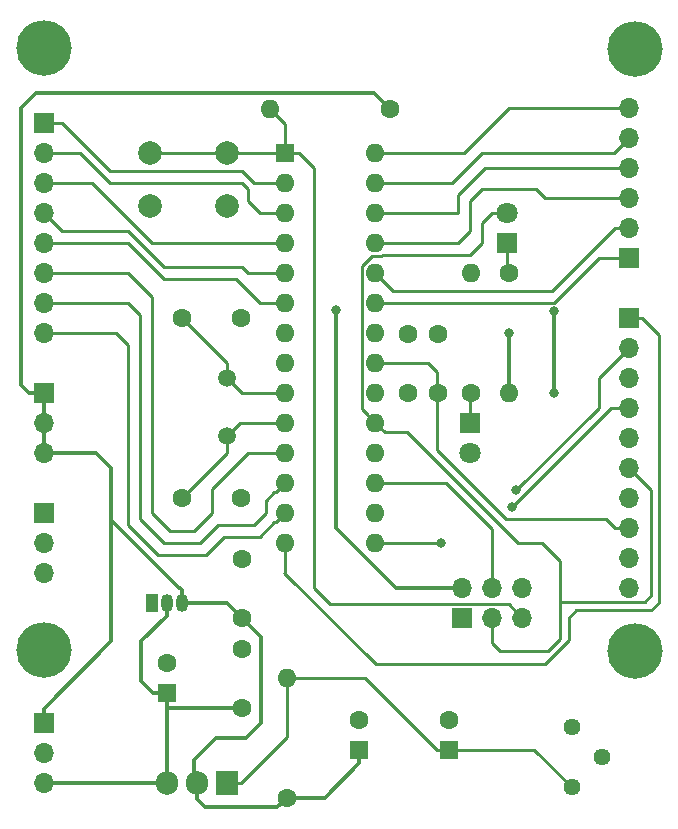
<source format=gbr>
G04 #@! TF.GenerationSoftware,KiCad,Pcbnew,(5.1.2)-2*
G04 #@! TF.CreationDate,2019-07-21T13:35:31+02:00*
G04 #@! TF.ProjectId,MyArduino,4d794172-6475-4696-9e6f-2e6b69636164,rev?*
G04 #@! TF.SameCoordinates,Original*
G04 #@! TF.FileFunction,Copper,L1,Top*
G04 #@! TF.FilePolarity,Positive*
%FSLAX46Y46*%
G04 Gerber Fmt 4.6, Leading zero omitted, Abs format (unit mm)*
G04 Created by KiCad (PCBNEW (5.1.2)-2) date 2019-07-21 13:35:31*
%MOMM*%
%LPD*%
G04 APERTURE LIST*
%ADD10O,1.600000X1.600000*%
%ADD11C,1.600000*%
%ADD12C,4.700000*%
%ADD13C,1.500000*%
%ADD14R,1.600000X1.600000*%
%ADD15O,1.905000X2.000000*%
%ADD16R,1.905000X2.000000*%
%ADD17R,1.050000X1.500000*%
%ADD18O,1.050000X1.500000*%
%ADD19C,2.000000*%
%ADD20C,1.440000*%
%ADD21O,1.700000X1.700000*%
%ADD22R,1.700000X1.700000*%
%ADD23C,1.800000*%
%ADD24R,1.800000X1.800000*%
%ADD25C,0.800000*%
%ADD26C,0.350000*%
%ADD27C,0.250000*%
G04 APERTURE END LIST*
D10*
X133350000Y-104140000D03*
D11*
X133350000Y-93980000D03*
X110664000Y-113030000D03*
X105664000Y-113030000D03*
D12*
X144000000Y-126000000D03*
X144000000Y-75000000D03*
X94000000Y-125900000D03*
X93980000Y-74930000D03*
D13*
X109474000Y-107770000D03*
X109474000Y-102870000D03*
D10*
X122016789Y-83820000D03*
X114396789Y-116840000D03*
X122016789Y-86360000D03*
X114396789Y-114300000D03*
X122016789Y-88900000D03*
X114396789Y-111760000D03*
X122016789Y-91440000D03*
X114396789Y-109220000D03*
X122016789Y-93980000D03*
X114396789Y-106680000D03*
X122016789Y-96520000D03*
X114396789Y-104140000D03*
X122016789Y-99060000D03*
X114396789Y-101600000D03*
X122016789Y-101600000D03*
X114396789Y-99060000D03*
X122016789Y-104140000D03*
X114396789Y-96520000D03*
X122016789Y-106680000D03*
X114396789Y-93980000D03*
X122016789Y-109220000D03*
X114396789Y-91440000D03*
X122016789Y-111760000D03*
X114396789Y-88900000D03*
X122016789Y-114300000D03*
X114396789Y-86360000D03*
X122016789Y-116840000D03*
D14*
X114396789Y-83820000D03*
D15*
X104394000Y-137160000D03*
X106934000Y-137160000D03*
D16*
X109474000Y-137160000D03*
D17*
X103124000Y-121920000D03*
D18*
X105664000Y-121920000D03*
X104394000Y-121920000D03*
D19*
X109497000Y-83820000D03*
X109497000Y-88320000D03*
X102997000Y-83820000D03*
X102997000Y-88320000D03*
D20*
X138684000Y-132461000D03*
X141224000Y-135001000D03*
X138684000Y-137541000D03*
D10*
X113157000Y-80137000D03*
D11*
X123317000Y-80137000D03*
D10*
X130175000Y-93980000D03*
D11*
X130175000Y-104140000D03*
D10*
X114554000Y-128270000D03*
D11*
X114554000Y-138430000D03*
D21*
X93980000Y-99060000D03*
X93980000Y-96520000D03*
X93980000Y-93980000D03*
X93980000Y-91440000D03*
X93980000Y-88900000D03*
X93980000Y-86360000D03*
X93980000Y-83820000D03*
D22*
X93980000Y-81280000D03*
D21*
X143510000Y-80010000D03*
X143510000Y-82550000D03*
X143510000Y-85090000D03*
X143510000Y-87630000D03*
X143510000Y-90170000D03*
D22*
X143510000Y-92710000D03*
D21*
X143510000Y-120650000D03*
X143510000Y-118110000D03*
X143510000Y-115570000D03*
X143510000Y-113030000D03*
X143510000Y-110490000D03*
X143510000Y-107950000D03*
X143510000Y-105410000D03*
X143510000Y-102870000D03*
X143510000Y-100330000D03*
D22*
X143510000Y-97790000D03*
D21*
X93980000Y-119380000D03*
X93980000Y-116840000D03*
D22*
X93980000Y-114300000D03*
D21*
X93980000Y-109220000D03*
X93980000Y-106680000D03*
D22*
X93980000Y-104140000D03*
D21*
X134493000Y-120650000D03*
X134493000Y-123190000D03*
X131953000Y-120650000D03*
X131953000Y-123190000D03*
X129413000Y-120650000D03*
D22*
X129413000Y-123190000D03*
D21*
X93980000Y-137160000D03*
X93980000Y-134620000D03*
D22*
X93980000Y-132080000D03*
D23*
X133223000Y-88900000D03*
D24*
X133223000Y-91440000D03*
D23*
X130048000Y-109220000D03*
D24*
X130048000Y-106680000D03*
D11*
X110664000Y-97790000D03*
X105664000Y-97790000D03*
X127381000Y-99140000D03*
X127381000Y-104140000D03*
X124841000Y-99140000D03*
X124841000Y-104140000D03*
X120650000Y-131866000D03*
D14*
X120650000Y-134366000D03*
D11*
X110744000Y-118190000D03*
X110744000Y-123190000D03*
X128270000Y-131866000D03*
D14*
X128270000Y-134366000D03*
D11*
X110744000Y-125810000D03*
X110744000Y-130810000D03*
X104394000Y-127040000D03*
D14*
X104394000Y-129540000D03*
D25*
X133350000Y-99060000D03*
X118745000Y-97155000D03*
X137160000Y-104140000D03*
X137160000Y-97245000D03*
X133604000Y-113792000D03*
X133980347Y-112390347D03*
X127635000Y-116840000D03*
D26*
X133350000Y-104140000D02*
X133350000Y-99060000D01*
X93980000Y-137160000D02*
X104394000Y-137160000D01*
X104394000Y-137160000D02*
X104394000Y-129540000D01*
X104394000Y-130690000D02*
X104394000Y-129540000D01*
X104514000Y-130810000D02*
X104394000Y-130690000D01*
X110744000Y-130810000D02*
X104514000Y-130810000D01*
X104394000Y-123020000D02*
X102235000Y-125179000D01*
X104394000Y-121920000D02*
X104394000Y-123020000D01*
X103244000Y-129540000D02*
X104394000Y-129540000D01*
X102235000Y-128531000D02*
X103244000Y-129540000D01*
X102235000Y-125179000D02*
X102235000Y-128531000D01*
D27*
X114554000Y-129401370D02*
X114554000Y-128270000D01*
X114554000Y-133282500D02*
X114554000Y-129401370D01*
X110676500Y-137160000D02*
X114554000Y-133282500D01*
X109474000Y-137160000D02*
X110676500Y-137160000D01*
X115685370Y-128270000D02*
X114554000Y-128270000D01*
X121124000Y-128270000D02*
X115685370Y-128270000D01*
X127220000Y-134366000D02*
X121124000Y-128270000D01*
X128270000Y-134366000D02*
X127220000Y-134366000D01*
X135509000Y-134366000D02*
X128270000Y-134366000D01*
X138684000Y-137541000D02*
X135509000Y-134366000D01*
D26*
X93980000Y-104140000D02*
X93980000Y-106680000D01*
X93980000Y-106680000D02*
X93980000Y-109220000D01*
X105664000Y-120820000D02*
X105494000Y-120650000D01*
X105664000Y-121920000D02*
X105664000Y-120820000D01*
X105494000Y-120650000D02*
X105410000Y-120650000D01*
X105410000Y-120650000D02*
X99695000Y-114935000D01*
X99695000Y-114935000D02*
X99695000Y-110490000D01*
X98425000Y-109220000D02*
X93980000Y-109220000D01*
X99695000Y-110490000D02*
X98425000Y-109220000D01*
X109474000Y-121920000D02*
X105664000Y-121920000D01*
X110744000Y-123190000D02*
X109474000Y-121920000D01*
X106934000Y-137160000D02*
X106934000Y-137112500D01*
X106934000Y-137112500D02*
X106680000Y-136858500D01*
X106680000Y-136858500D02*
X106680000Y-135255000D01*
X106680000Y-135255000D02*
X108585000Y-133350000D01*
X108585000Y-133350000D02*
X111125000Y-133350000D01*
X111125000Y-133350000D02*
X112395000Y-132080000D01*
X93980000Y-130880000D02*
X99695000Y-125165000D01*
X93980000Y-132080000D02*
X93980000Y-130880000D01*
X99695000Y-125165000D02*
X99695000Y-114935000D01*
X112395000Y-124841000D02*
X110744000Y-123190000D01*
X112395000Y-132080000D02*
X112395000Y-124841000D01*
X113754001Y-139229999D02*
X114554000Y-138430000D01*
X107653999Y-139229999D02*
X113754001Y-139229999D01*
X106934000Y-138510000D02*
X107653999Y-139229999D01*
X106934000Y-137160000D02*
X106934000Y-138510000D01*
X120650000Y-135516000D02*
X120650000Y-134366000D01*
X117736000Y-138430000D02*
X120650000Y-135516000D01*
X114554000Y-138430000D02*
X117736000Y-138430000D01*
X121920000Y-78740000D02*
X123317000Y-80137000D01*
X93345000Y-78740000D02*
X121920000Y-78740000D01*
X92075000Y-80010000D02*
X93345000Y-78740000D01*
X92075000Y-103505000D02*
X92075000Y-80010000D01*
X93980000Y-104140000D02*
X92710000Y-104140000D01*
X92710000Y-104140000D02*
X92075000Y-103505000D01*
X129413000Y-120650000D02*
X123825000Y-120650000D01*
X123825000Y-120650000D02*
X118745000Y-115570000D01*
X118745000Y-115570000D02*
X118745000Y-97155000D01*
X137160000Y-104140000D02*
X137160000Y-97155000D01*
X137160000Y-97155000D02*
X137160000Y-97245000D01*
D27*
X142307919Y-115570000D02*
X141545919Y-114808000D01*
X143510000Y-115570000D02*
X142307919Y-115570000D01*
X127254000Y-102362000D02*
X127254000Y-104140000D01*
X122016789Y-101600000D02*
X126492000Y-101600000D01*
X126492000Y-101600000D02*
X127254000Y-102362000D01*
X141545919Y-114808000D02*
X133096000Y-114808000D01*
X133096000Y-114808000D02*
X127254000Y-108966000D01*
X127254000Y-108966000D02*
X127254000Y-104140000D01*
X110744000Y-104140000D02*
X109474000Y-102870000D01*
X114396789Y-104140000D02*
X110744000Y-104140000D01*
X109474000Y-101600000D02*
X105664000Y-97790000D01*
X109474000Y-102870000D02*
X109474000Y-101600000D01*
X110564000Y-106680000D02*
X109474000Y-107770000D01*
X114396789Y-106680000D02*
X110564000Y-106680000D01*
X109474000Y-109220000D02*
X105664000Y-113030000D01*
X109474000Y-107770000D02*
X109474000Y-109220000D01*
X130048000Y-104140000D02*
X130048000Y-106680000D01*
X131950208Y-88900000D02*
X131064000Y-89786208D01*
X133223000Y-88900000D02*
X131950208Y-88900000D01*
X131064000Y-89786208D02*
X131064000Y-91440000D01*
X131064000Y-91440000D02*
X130048000Y-92456000D01*
X120891788Y-105554999D02*
X121216790Y-105880001D01*
X121766786Y-92565001D02*
X120891788Y-93439999D01*
X122556790Y-92565001D02*
X121766786Y-92565001D01*
X121216790Y-105880001D02*
X122016789Y-106680000D01*
X122665791Y-92456000D02*
X122556790Y-92565001D01*
X130048000Y-92456000D02*
X122665791Y-92456000D01*
X120891788Y-98056212D02*
X120891788Y-105554999D01*
X120891788Y-93439999D02*
X120891788Y-98056212D01*
X131953000Y-125349000D02*
X131953000Y-123190000D01*
X132588000Y-125984000D02*
X131953000Y-125349000D01*
X136652000Y-125984000D02*
X132588000Y-125984000D01*
X137668000Y-124968000D02*
X136652000Y-125984000D01*
X122816788Y-107479999D02*
X124751999Y-107479999D01*
X122016789Y-106680000D02*
X122816788Y-107479999D01*
X124751999Y-107479999D02*
X134112000Y-116840000D01*
X134112000Y-116840000D02*
X136144000Y-116840000D01*
X136144000Y-116840000D02*
X137668000Y-118364000D01*
X137668000Y-122936000D02*
X137668000Y-124968000D01*
X137700001Y-121825001D02*
X137668000Y-121793000D01*
X137668000Y-121793000D02*
X137668000Y-122936000D01*
X137668000Y-118364000D02*
X137668000Y-121793000D01*
X143510000Y-110490000D02*
X145415000Y-112395000D01*
X145415000Y-112395000D02*
X145415000Y-121285000D01*
X145415000Y-121285000D02*
X144874999Y-121825001D01*
X144874999Y-121825001D02*
X137700001Y-121825001D01*
X133223000Y-91440000D02*
X133223000Y-93980000D01*
X102997000Y-83820000D02*
X109497000Y-83820000D01*
X109497000Y-83820000D02*
X114396789Y-83820000D01*
X114396789Y-81376789D02*
X114396789Y-83820000D01*
X113157000Y-80137000D02*
X114396789Y-81376789D01*
X133317999Y-122014999D02*
X134493000Y-123190000D01*
X118204999Y-122014999D02*
X133317999Y-122014999D01*
X116840000Y-120650000D02*
X118204999Y-122014999D01*
X116840000Y-85090000D02*
X116840000Y-120650000D01*
X114396789Y-83820000D02*
X115570000Y-83820000D01*
X115570000Y-83820000D02*
X116840000Y-85090000D01*
X122016789Y-111760000D02*
X128016000Y-111760000D01*
X131953000Y-115697000D02*
X131953000Y-120650000D01*
X128016000Y-111760000D02*
X131953000Y-115697000D01*
X143510000Y-105410000D02*
X141986000Y-105410000D01*
X141986000Y-105410000D02*
X133604000Y-113792000D01*
X143510000Y-100330000D02*
X140970000Y-102870000D01*
X140970000Y-102870000D02*
X140970000Y-105410000D01*
X140970000Y-105410000D02*
X133985000Y-112395000D01*
X133985000Y-112395000D02*
X133980347Y-112390347D01*
X127635000Y-116840000D02*
X122016789Y-116840000D01*
X114300000Y-119380000D02*
X114396789Y-119283211D01*
X136380001Y-127144999D02*
X122064999Y-127144999D01*
X138430000Y-125095000D02*
X136380001Y-127144999D01*
X114396789Y-119283211D02*
X114396789Y-116840000D01*
X122064999Y-127144999D02*
X114300000Y-119380000D01*
X138430000Y-123190000D02*
X138430000Y-125095000D01*
X144610000Y-97790000D02*
X146050000Y-99230000D01*
X143510000Y-97790000D02*
X144610000Y-97790000D01*
X146050000Y-99230000D02*
X146050000Y-121920000D01*
X145415000Y-122555000D02*
X139065000Y-122555000D01*
X146050000Y-121920000D02*
X145415000Y-122555000D01*
X139065000Y-122555000D02*
X138430000Y-123190000D01*
X133350000Y-80010000D02*
X143510000Y-80010000D01*
X122016789Y-83820000D02*
X129540000Y-83820000D01*
X129540000Y-83820000D02*
X133350000Y-80010000D01*
X142240000Y-83820000D02*
X143510000Y-82550000D01*
X131064000Y-83820000D02*
X142240000Y-83820000D01*
X122016789Y-86360000D02*
X128524000Y-86360000D01*
X128524000Y-86360000D02*
X131064000Y-83820000D01*
X131318000Y-85090000D02*
X143510000Y-85090000D01*
X129032000Y-87376000D02*
X131318000Y-85090000D01*
X122016789Y-88900000D02*
X129032000Y-88900000D01*
X129032000Y-88900000D02*
X129032000Y-87376000D01*
X136398000Y-87630000D02*
X143510000Y-87630000D01*
X129032000Y-91440000D02*
X130048000Y-90424000D01*
X122016789Y-91440000D02*
X129032000Y-91440000D01*
X130048000Y-90424000D02*
X130048000Y-87884000D01*
X130048000Y-87884000D02*
X131064000Y-86868000D01*
X131064000Y-86868000D02*
X135636000Y-86868000D01*
X135636000Y-86868000D02*
X136398000Y-87630000D01*
X123540789Y-95504000D02*
X122016789Y-93980000D01*
X136973919Y-95504000D02*
X123540789Y-95504000D01*
X143510000Y-90170000D02*
X142307919Y-90170000D01*
X142307919Y-90170000D02*
X136973919Y-95504000D01*
X122016789Y-96520000D02*
X137160000Y-96520000D01*
X140970000Y-92710000D02*
X143510000Y-92710000D01*
X137160000Y-96520000D02*
X140970000Y-92710000D01*
X113596790Y-115099999D02*
X113500001Y-115099999D01*
X114396789Y-114300000D02*
X113596790Y-115099999D01*
X113500001Y-115099999D02*
X112268000Y-116332000D01*
X112268000Y-116332000D02*
X109220000Y-116332000D01*
X109220000Y-116332000D02*
X107696000Y-117856000D01*
X107696000Y-117856000D02*
X103632000Y-117856000D01*
X103632000Y-117856000D02*
X101092000Y-115316000D01*
X101092000Y-115316000D02*
X101092000Y-100076000D01*
X100076000Y-99060000D02*
X93980000Y-99060000D01*
X101092000Y-100076000D02*
X100076000Y-99060000D01*
X113596790Y-112559999D02*
X113500001Y-112559999D01*
X114396789Y-111760000D02*
X113596790Y-112559999D01*
X113500001Y-112559999D02*
X112776000Y-113284000D01*
X112776000Y-113284000D02*
X112776000Y-114300000D01*
X112776000Y-114300000D02*
X111760000Y-115316000D01*
X111760000Y-115316000D02*
X108712000Y-115316000D01*
X108712000Y-115316000D02*
X107188000Y-116840000D01*
X107188000Y-116840000D02*
X104140000Y-116840000D01*
X104140000Y-116840000D02*
X102108000Y-114808000D01*
X102108000Y-114808000D02*
X102108000Y-97536000D01*
X102108000Y-97536000D02*
X101092000Y-96520000D01*
X101092000Y-96520000D02*
X93980000Y-96520000D01*
X114396789Y-109220000D02*
X111252000Y-109220000D01*
X111252000Y-109220000D02*
X108204000Y-112268000D01*
X108204000Y-112268000D02*
X108204000Y-114300000D01*
X108204000Y-114300000D02*
X106680000Y-115824000D01*
X106680000Y-115824000D02*
X104648000Y-115824000D01*
X104648000Y-115824000D02*
X103124000Y-114300000D01*
X103124000Y-114300000D02*
X103124000Y-96012000D01*
X101092000Y-93980000D02*
X93980000Y-93980000D01*
X103124000Y-96012000D02*
X101092000Y-93980000D01*
X93980000Y-91440000D02*
X95250000Y-91440000D01*
X114396789Y-96520000D02*
X112268000Y-96520000D01*
X112268000Y-96520000D02*
X110236000Y-94488000D01*
X110236000Y-94488000D02*
X104140000Y-94488000D01*
X104140000Y-94488000D02*
X101092000Y-91440000D01*
X101092000Y-91440000D02*
X93980000Y-91440000D01*
X95504000Y-90424000D02*
X93980000Y-88900000D01*
X101092000Y-90424000D02*
X95504000Y-90424000D01*
X104140000Y-93472000D02*
X101092000Y-90424000D01*
X110744000Y-93472000D02*
X104140000Y-93472000D01*
X114396789Y-93980000D02*
X111252000Y-93980000D01*
X111252000Y-93980000D02*
X110744000Y-93472000D01*
X98044000Y-86360000D02*
X93980000Y-86360000D01*
X114396789Y-91440000D02*
X103124000Y-91440000D01*
X103124000Y-91440000D02*
X98044000Y-86360000D01*
X114396789Y-88900000D02*
X112268000Y-88900000D01*
X112268000Y-88900000D02*
X111252000Y-87884000D01*
X111252000Y-87884000D02*
X111252000Y-86868000D01*
X111252000Y-86868000D02*
X110744000Y-86360000D01*
X110744000Y-86360000D02*
X99568000Y-86360000D01*
X99568000Y-86360000D02*
X97028000Y-83820000D01*
X97028000Y-83820000D02*
X93980000Y-83820000D01*
X95504000Y-81280000D02*
X93980000Y-81280000D01*
X99568000Y-85344000D02*
X95504000Y-81280000D01*
X110744000Y-85344000D02*
X99568000Y-85344000D01*
X114396789Y-86360000D02*
X111760000Y-86360000D01*
X111760000Y-86360000D02*
X110744000Y-85344000D01*
M02*

</source>
